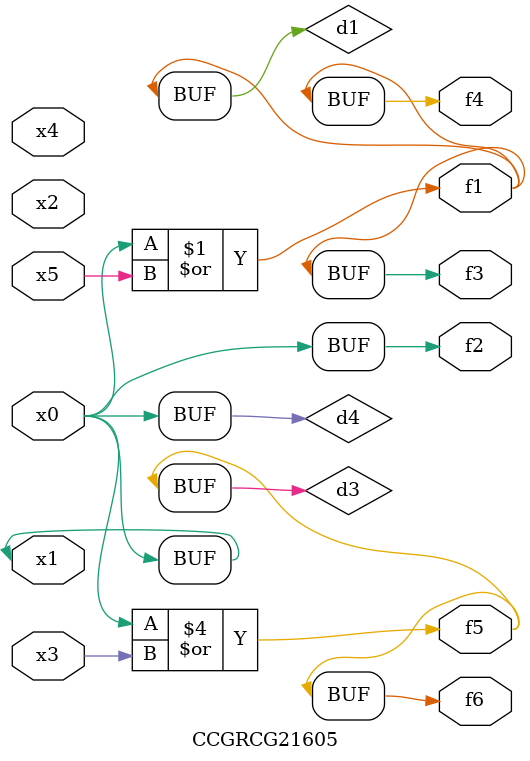
<source format=v>
module CCGRCG21605(
	input x0, x1, x2, x3, x4, x5,
	output f1, f2, f3, f4, f5, f6
);

	wire d1, d2, d3, d4;

	or (d1, x0, x5);
	xnor (d2, x1, x4);
	or (d3, x0, x3);
	buf (d4, x0, x1);
	assign f1 = d1;
	assign f2 = d4;
	assign f3 = d1;
	assign f4 = d1;
	assign f5 = d3;
	assign f6 = d3;
endmodule

</source>
